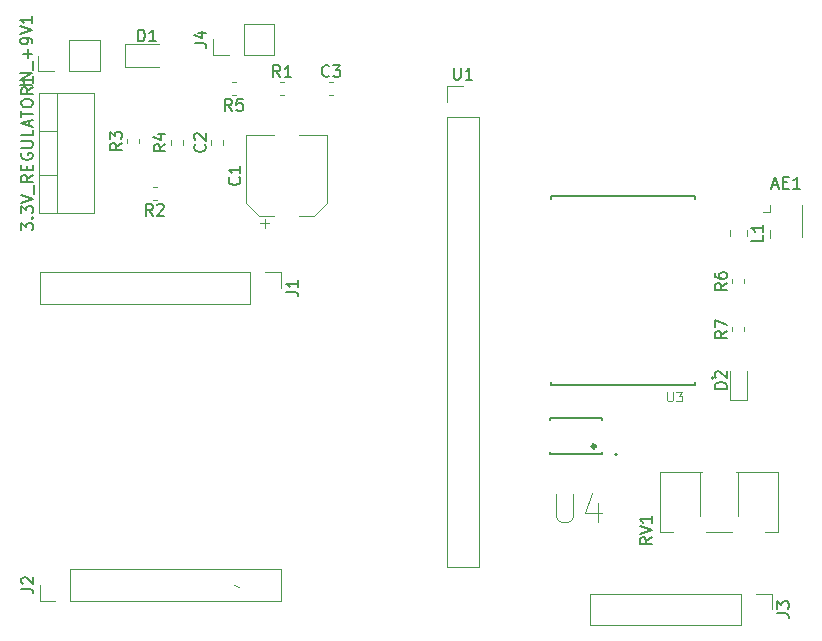
<source format=gbr>
G04 #@! TF.GenerationSoftware,KiCad,Pcbnew,(5.1.4)-1*
G04 #@! TF.CreationDate,2020-01-13T21:14:05+02:00*
G04 #@! TF.ProjectId,LORA,4c4f5241-2e6b-4696-9361-645f70636258,rev?*
G04 #@! TF.SameCoordinates,Original*
G04 #@! TF.FileFunction,Legend,Top*
G04 #@! TF.FilePolarity,Positive*
%FSLAX46Y46*%
G04 Gerber Fmt 4.6, Leading zero omitted, Abs format (unit mm)*
G04 Created by KiCad (PCBNEW (5.1.4)-1) date 2020-01-13 21:14:05*
%MOMM*%
%LPD*%
G04 APERTURE LIST*
%ADD10C,0.120000*%
%ADD11C,0.127000*%
%ADD12C,0.200000*%
%ADD13C,0.150000*%
%ADD14C,0.300000*%
%ADD15C,0.015000*%
G04 APERTURE END LIST*
D10*
X132613400Y-112572800D02*
X132207000Y-112369600D01*
D11*
X159025400Y-79452200D02*
X159025400Y-79732200D01*
X171225400Y-79452200D02*
X159025400Y-79452200D01*
X171225400Y-79732200D02*
X171225400Y-79452200D01*
X159025400Y-95452200D02*
X159025400Y-95172200D01*
X171225400Y-95452200D02*
X159025400Y-95452200D01*
X171225400Y-95172200D02*
X171225400Y-95452200D01*
D12*
X172825400Y-94852200D02*
G75*
G03X172825400Y-94852200I-100000J0D01*
G01*
D10*
X130419800Y-67522400D02*
X130419800Y-66192400D01*
X131749800Y-67522400D02*
X130419800Y-67522400D01*
X133019800Y-67522400D02*
X133019800Y-64862400D01*
X133019800Y-64862400D02*
X135619800Y-64862400D01*
X133019800Y-67522400D02*
X135619800Y-67522400D01*
X135619800Y-67522400D02*
X135619800Y-64862400D01*
X177733000Y-113122400D02*
X177733000Y-114452400D01*
X176403000Y-113122400D02*
X177733000Y-113122400D01*
X175133000Y-113122400D02*
X175133000Y-115782400D01*
X175133000Y-115782400D02*
X162373000Y-115782400D01*
X175133000Y-113122400D02*
X162373000Y-113122400D01*
X162373000Y-113122400D02*
X162373000Y-115782400D01*
X150257200Y-70145600D02*
X151587200Y-70145600D01*
X150257200Y-71475600D02*
X150257200Y-70145600D01*
X150257200Y-72745600D02*
X152917200Y-72745600D01*
X152917200Y-72745600D02*
X152917200Y-110905600D01*
X150257200Y-72745600D02*
X150257200Y-110905600D01*
X150257200Y-110905600D02*
X152917200Y-110905600D01*
D13*
X164628000Y-101321200D02*
G75*
G03X164628000Y-101321200I-75000J0D01*
G01*
D14*
X162813000Y-100641200D02*
G75*
G03X162813000Y-100641200I-150000J0D01*
G01*
D11*
X158963000Y-98271200D02*
X158963000Y-98411200D01*
X163363000Y-98271200D02*
X158963000Y-98271200D01*
X163363000Y-98411200D02*
X163363000Y-98271200D01*
X158963000Y-101271200D02*
X158963000Y-101141200D01*
X163363000Y-101271200D02*
X158963000Y-101271200D01*
X163363000Y-101141200D02*
X163363000Y-101271200D01*
D10*
X174689200Y-102852200D02*
X174884200Y-102852200D01*
X171644200Y-102852200D02*
X171839200Y-102852200D01*
X172190200Y-107893200D02*
X174339200Y-107893200D01*
X174884200Y-106535200D02*
X174884200Y-102852200D01*
X171644200Y-106535200D02*
X171644200Y-102852200D01*
X172190200Y-107893200D02*
X174339200Y-107893200D01*
X168243200Y-107893200D02*
X169338200Y-107893200D01*
X177189200Y-107893200D02*
X178284200Y-107893200D01*
X174689200Y-102852200D02*
X178284200Y-102852200D01*
X168243200Y-102852200D02*
X171839200Y-102852200D01*
X178284200Y-107893200D02*
X178284200Y-102852200D01*
X168243200Y-107893200D02*
X168243200Y-102852200D01*
X132378267Y-69848000D02*
X132035733Y-69848000D01*
X132378267Y-70868000D02*
X132035733Y-70868000D01*
X136113733Y-70868000D02*
X136456267Y-70868000D01*
X136113733Y-69848000D02*
X136456267Y-69848000D01*
X175639400Y-96718200D02*
X175639400Y-94258200D01*
X174169400Y-96718200D02*
X175639400Y-96718200D01*
X174169400Y-94258200D02*
X174169400Y-96718200D01*
X122981000Y-68524000D02*
X125841000Y-68524000D01*
X122981000Y-66604000D02*
X122981000Y-68524000D01*
X125841000Y-66604000D02*
X122981000Y-66604000D01*
X140265333Y-70868000D02*
X140607867Y-70868000D01*
X140265333Y-69848000D02*
X140607867Y-69848000D01*
X131320000Y-75101267D02*
X131320000Y-74758733D01*
X130300000Y-75101267D02*
X130300000Y-74758733D01*
X134410750Y-81767750D02*
X135198250Y-81767750D01*
X134804500Y-82161500D02*
X134804500Y-81374000D01*
X138997563Y-81134000D02*
X140062000Y-80069563D01*
X134306437Y-81134000D02*
X133242000Y-80069563D01*
X134306437Y-81134000D02*
X135592000Y-81134000D01*
X138997563Y-81134000D02*
X137712000Y-81134000D01*
X140062000Y-80069563D02*
X140062000Y-74314000D01*
X133242000Y-80069563D02*
X133242000Y-74314000D01*
X133242000Y-74314000D02*
X135592000Y-74314000D01*
X140062000Y-74314000D02*
X137712000Y-74314000D01*
X177609400Y-80184800D02*
X177609400Y-80824800D01*
X177609400Y-82984800D02*
X177609400Y-82344800D01*
X177609400Y-80824800D02*
X176979400Y-80824800D01*
X180329400Y-80234800D02*
X180329400Y-82934800D01*
X175414400Y-90925467D02*
X175414400Y-90582933D01*
X174394400Y-90925467D02*
X174394400Y-90582933D01*
X175414400Y-86861467D02*
X175414400Y-86518933D01*
X174394400Y-86861467D02*
X174394400Y-86518933D01*
X127891000Y-75101267D02*
X127891000Y-74758733D01*
X126871000Y-75101267D02*
X126871000Y-74758733D01*
X124208000Y-74974267D02*
X124208000Y-74631733D01*
X123188000Y-74974267D02*
X123188000Y-74631733D01*
X125661267Y-78738000D02*
X125318733Y-78738000D01*
X125661267Y-79758000D02*
X125318733Y-79758000D01*
X174194400Y-82323148D02*
X174194400Y-82845652D01*
X175614400Y-82323148D02*
X175614400Y-82845652D01*
X115764000Y-113725000D02*
X115764000Y-112395000D01*
X117094000Y-113725000D02*
X115764000Y-113725000D01*
X118364000Y-113725000D02*
X118364000Y-111065000D01*
X118364000Y-111065000D02*
X136204000Y-111065000D01*
X118364000Y-113725000D02*
X136204000Y-113725000D01*
X136204000Y-113725000D02*
X136204000Y-111065000D01*
X136204000Y-85919000D02*
X136204000Y-87249000D01*
X134874000Y-85919000D02*
X136204000Y-85919000D01*
X133604000Y-85919000D02*
X133604000Y-88579000D01*
X133604000Y-88579000D02*
X115764000Y-88579000D01*
X133604000Y-85919000D02*
X115764000Y-85919000D01*
X115764000Y-85919000D02*
X115764000Y-88579000D01*
X115637000Y-68894000D02*
X115637000Y-67564000D01*
X116967000Y-68894000D02*
X115637000Y-68894000D01*
X118237000Y-68894000D02*
X118237000Y-66234000D01*
X118237000Y-66234000D02*
X120837000Y-66234000D01*
X118237000Y-68894000D02*
X120837000Y-68894000D01*
X120837000Y-68894000D02*
X120837000Y-66234000D01*
X115729000Y-73968000D02*
X117239000Y-73968000D01*
X115729000Y-77669000D02*
X117239000Y-77669000D01*
X117239000Y-80939000D02*
X117239000Y-70699000D01*
X115729000Y-70699000D02*
X120370000Y-70699000D01*
X115729000Y-80939000D02*
X120370000Y-80939000D01*
X120370000Y-80939000D02*
X120370000Y-70699000D01*
X115729000Y-80939000D02*
X115729000Y-70699000D01*
D15*
X168888246Y-96049154D02*
X168888246Y-96696773D01*
X168926341Y-96772964D01*
X168964436Y-96811059D01*
X169040627Y-96849154D01*
X169193008Y-96849154D01*
X169269198Y-96811059D01*
X169307293Y-96772964D01*
X169345389Y-96696773D01*
X169345389Y-96049154D01*
X169650150Y-96049154D02*
X170145389Y-96049154D01*
X169878722Y-96353916D01*
X169993008Y-96353916D01*
X170069198Y-96392011D01*
X170107293Y-96430107D01*
X170145389Y-96506297D01*
X170145389Y-96696773D01*
X170107293Y-96772964D01*
X170069198Y-96811059D01*
X169993008Y-96849154D01*
X169764436Y-96849154D01*
X169688246Y-96811059D01*
X169650150Y-96772964D01*
D13*
X128872180Y-66525733D02*
X129586466Y-66525733D01*
X129729323Y-66573352D01*
X129824561Y-66668590D01*
X129872180Y-66811447D01*
X129872180Y-66906685D01*
X129205514Y-65620971D02*
X129872180Y-65620971D01*
X128824561Y-65859066D02*
X129538847Y-66097161D01*
X129538847Y-65478114D01*
X178185380Y-114785733D02*
X178899666Y-114785733D01*
X179042523Y-114833352D01*
X179137761Y-114928590D01*
X179185380Y-115071447D01*
X179185380Y-115166685D01*
X178185380Y-114404780D02*
X178185380Y-113785733D01*
X178566333Y-114119066D01*
X178566333Y-113976209D01*
X178613952Y-113880971D01*
X178661571Y-113833352D01*
X178756809Y-113785733D01*
X178994904Y-113785733D01*
X179090142Y-113833352D01*
X179137761Y-113880971D01*
X179185380Y-113976209D01*
X179185380Y-114261923D01*
X179137761Y-114357161D01*
X179090142Y-114404780D01*
X150825295Y-68597980D02*
X150825295Y-69407504D01*
X150872914Y-69502742D01*
X150920533Y-69550361D01*
X151015771Y-69597980D01*
X151206247Y-69597980D01*
X151301485Y-69550361D01*
X151349104Y-69502742D01*
X151396723Y-69407504D01*
X151396723Y-68597980D01*
X152396723Y-69597980D02*
X151825295Y-69597980D01*
X152111009Y-69597980D02*
X152111009Y-68597980D01*
X152015771Y-68740838D01*
X151920533Y-68836076D01*
X151825295Y-68883695D01*
D15*
X159507004Y-104683817D02*
X159507004Y-106635694D01*
X159621820Y-106865327D01*
X159736637Y-106980143D01*
X159966269Y-107094959D01*
X160425534Y-107094959D01*
X160655167Y-106980143D01*
X160769983Y-106865327D01*
X160884799Y-106635694D01*
X160884799Y-104683817D01*
X163066309Y-105487531D02*
X163066309Y-107094959D01*
X162492227Y-104569001D02*
X161918146Y-106291245D01*
X163410758Y-106291245D01*
D13*
X167566580Y-108367438D02*
X167090390Y-108700771D01*
X167566580Y-108938866D02*
X166566580Y-108938866D01*
X166566580Y-108557914D01*
X166614200Y-108462676D01*
X166661819Y-108415057D01*
X166757057Y-108367438D01*
X166899914Y-108367438D01*
X166995152Y-108415057D01*
X167042771Y-108462676D01*
X167090390Y-108557914D01*
X167090390Y-108938866D01*
X166566580Y-108081723D02*
X167566580Y-107748390D01*
X166566580Y-107415057D01*
X167566580Y-106557914D02*
X167566580Y-107129342D01*
X167566580Y-106843628D02*
X166566580Y-106843628D01*
X166709438Y-106938866D01*
X166804676Y-107034104D01*
X166852295Y-107129342D01*
X132040333Y-72240380D02*
X131707000Y-71764190D01*
X131468904Y-72240380D02*
X131468904Y-71240380D01*
X131849857Y-71240380D01*
X131945095Y-71288000D01*
X131992714Y-71335619D01*
X132040333Y-71430857D01*
X132040333Y-71573714D01*
X131992714Y-71668952D01*
X131945095Y-71716571D01*
X131849857Y-71764190D01*
X131468904Y-71764190D01*
X132945095Y-71240380D02*
X132468904Y-71240380D01*
X132421285Y-71716571D01*
X132468904Y-71668952D01*
X132564142Y-71621333D01*
X132802238Y-71621333D01*
X132897476Y-71668952D01*
X132945095Y-71716571D01*
X132992714Y-71811809D01*
X132992714Y-72049904D01*
X132945095Y-72145142D01*
X132897476Y-72192761D01*
X132802238Y-72240380D01*
X132564142Y-72240380D01*
X132468904Y-72192761D01*
X132421285Y-72145142D01*
X136118333Y-69380380D02*
X135785000Y-68904190D01*
X135546904Y-69380380D02*
X135546904Y-68380380D01*
X135927857Y-68380380D01*
X136023095Y-68428000D01*
X136070714Y-68475619D01*
X136118333Y-68570857D01*
X136118333Y-68713714D01*
X136070714Y-68808952D01*
X136023095Y-68856571D01*
X135927857Y-68904190D01*
X135546904Y-68904190D01*
X137070714Y-69380380D02*
X136499285Y-69380380D01*
X136785000Y-69380380D02*
X136785000Y-68380380D01*
X136689761Y-68523238D01*
X136594523Y-68618476D01*
X136499285Y-68666095D01*
X173926780Y-95796295D02*
X172926780Y-95796295D01*
X172926780Y-95558200D01*
X172974400Y-95415342D01*
X173069638Y-95320104D01*
X173164876Y-95272485D01*
X173355352Y-95224866D01*
X173498209Y-95224866D01*
X173688685Y-95272485D01*
X173783923Y-95320104D01*
X173879161Y-95415342D01*
X173926780Y-95558200D01*
X173926780Y-95796295D01*
X173022019Y-94843914D02*
X172974400Y-94796295D01*
X172926780Y-94701057D01*
X172926780Y-94462961D01*
X172974400Y-94367723D01*
X173022019Y-94320104D01*
X173117257Y-94272485D01*
X173212495Y-94272485D01*
X173355352Y-94320104D01*
X173926780Y-94891533D01*
X173926780Y-94272485D01*
X124102904Y-66366380D02*
X124102904Y-65366380D01*
X124341000Y-65366380D01*
X124483857Y-65414000D01*
X124579095Y-65509238D01*
X124626714Y-65604476D01*
X124674333Y-65794952D01*
X124674333Y-65937809D01*
X124626714Y-66128285D01*
X124579095Y-66223523D01*
X124483857Y-66318761D01*
X124341000Y-66366380D01*
X124102904Y-66366380D01*
X125626714Y-66366380D02*
X125055285Y-66366380D01*
X125341000Y-66366380D02*
X125341000Y-65366380D01*
X125245761Y-65509238D01*
X125150523Y-65604476D01*
X125055285Y-65652095D01*
X140269933Y-69285142D02*
X140222314Y-69332761D01*
X140079457Y-69380380D01*
X139984219Y-69380380D01*
X139841361Y-69332761D01*
X139746123Y-69237523D01*
X139698504Y-69142285D01*
X139650885Y-68951809D01*
X139650885Y-68808952D01*
X139698504Y-68618476D01*
X139746123Y-68523238D01*
X139841361Y-68428000D01*
X139984219Y-68380380D01*
X140079457Y-68380380D01*
X140222314Y-68428000D01*
X140269933Y-68475619D01*
X140603266Y-68380380D02*
X141222314Y-68380380D01*
X140888980Y-68761333D01*
X141031838Y-68761333D01*
X141127076Y-68808952D01*
X141174695Y-68856571D01*
X141222314Y-68951809D01*
X141222314Y-69189904D01*
X141174695Y-69285142D01*
X141127076Y-69332761D01*
X141031838Y-69380380D01*
X140746123Y-69380380D01*
X140650885Y-69332761D01*
X140603266Y-69285142D01*
X129737142Y-75096666D02*
X129784761Y-75144285D01*
X129832380Y-75287142D01*
X129832380Y-75382380D01*
X129784761Y-75525238D01*
X129689523Y-75620476D01*
X129594285Y-75668095D01*
X129403809Y-75715714D01*
X129260952Y-75715714D01*
X129070476Y-75668095D01*
X128975238Y-75620476D01*
X128880000Y-75525238D01*
X128832380Y-75382380D01*
X128832380Y-75287142D01*
X128880000Y-75144285D01*
X128927619Y-75096666D01*
X128927619Y-74715714D02*
X128880000Y-74668095D01*
X128832380Y-74572857D01*
X128832380Y-74334761D01*
X128880000Y-74239523D01*
X128927619Y-74191904D01*
X129022857Y-74144285D01*
X129118095Y-74144285D01*
X129260952Y-74191904D01*
X129832380Y-74763333D01*
X129832380Y-74144285D01*
X132659142Y-77890666D02*
X132706761Y-77938285D01*
X132754380Y-78081142D01*
X132754380Y-78176380D01*
X132706761Y-78319238D01*
X132611523Y-78414476D01*
X132516285Y-78462095D01*
X132325809Y-78509714D01*
X132182952Y-78509714D01*
X131992476Y-78462095D01*
X131897238Y-78414476D01*
X131802000Y-78319238D01*
X131754380Y-78176380D01*
X131754380Y-78081142D01*
X131802000Y-77938285D01*
X131849619Y-77890666D01*
X132754380Y-76938285D02*
X132754380Y-77509714D01*
X132754380Y-77224000D02*
X131754380Y-77224000D01*
X131897238Y-77319238D01*
X131992476Y-77414476D01*
X132040095Y-77509714D01*
X177802733Y-78551466D02*
X178278923Y-78551466D01*
X177707495Y-78837180D02*
X178040828Y-77837180D01*
X178374161Y-78837180D01*
X178707495Y-78313371D02*
X179040828Y-78313371D01*
X179183685Y-78837180D02*
X178707495Y-78837180D01*
X178707495Y-77837180D01*
X179183685Y-77837180D01*
X180136066Y-78837180D02*
X179564638Y-78837180D01*
X179850352Y-78837180D02*
X179850352Y-77837180D01*
X179755114Y-77980038D01*
X179659876Y-78075276D01*
X179564638Y-78122895D01*
X173926780Y-90920866D02*
X173450590Y-91254200D01*
X173926780Y-91492295D02*
X172926780Y-91492295D01*
X172926780Y-91111342D01*
X172974400Y-91016104D01*
X173022019Y-90968485D01*
X173117257Y-90920866D01*
X173260114Y-90920866D01*
X173355352Y-90968485D01*
X173402971Y-91016104D01*
X173450590Y-91111342D01*
X173450590Y-91492295D01*
X172926780Y-90587533D02*
X172926780Y-89920866D01*
X173926780Y-90349438D01*
X173926780Y-86856866D02*
X173450590Y-87190200D01*
X173926780Y-87428295D02*
X172926780Y-87428295D01*
X172926780Y-87047342D01*
X172974400Y-86952104D01*
X173022019Y-86904485D01*
X173117257Y-86856866D01*
X173260114Y-86856866D01*
X173355352Y-86904485D01*
X173402971Y-86952104D01*
X173450590Y-87047342D01*
X173450590Y-87428295D01*
X172926780Y-85999723D02*
X172926780Y-86190200D01*
X172974400Y-86285438D01*
X173022019Y-86333057D01*
X173164876Y-86428295D01*
X173355352Y-86475914D01*
X173736304Y-86475914D01*
X173831542Y-86428295D01*
X173879161Y-86380676D01*
X173926780Y-86285438D01*
X173926780Y-86094961D01*
X173879161Y-85999723D01*
X173831542Y-85952104D01*
X173736304Y-85904485D01*
X173498209Y-85904485D01*
X173402971Y-85952104D01*
X173355352Y-85999723D01*
X173307733Y-86094961D01*
X173307733Y-86285438D01*
X173355352Y-86380676D01*
X173402971Y-86428295D01*
X173498209Y-86475914D01*
X126403380Y-75096666D02*
X125927190Y-75430000D01*
X126403380Y-75668095D02*
X125403380Y-75668095D01*
X125403380Y-75287142D01*
X125451000Y-75191904D01*
X125498619Y-75144285D01*
X125593857Y-75096666D01*
X125736714Y-75096666D01*
X125831952Y-75144285D01*
X125879571Y-75191904D01*
X125927190Y-75287142D01*
X125927190Y-75668095D01*
X125736714Y-74239523D02*
X126403380Y-74239523D01*
X125355761Y-74477619D02*
X126070047Y-74715714D01*
X126070047Y-74096666D01*
X122720380Y-74969666D02*
X122244190Y-75303000D01*
X122720380Y-75541095D02*
X121720380Y-75541095D01*
X121720380Y-75160142D01*
X121768000Y-75064904D01*
X121815619Y-75017285D01*
X121910857Y-74969666D01*
X122053714Y-74969666D01*
X122148952Y-75017285D01*
X122196571Y-75064904D01*
X122244190Y-75160142D01*
X122244190Y-75541095D01*
X121720380Y-74636333D02*
X121720380Y-74017285D01*
X122101333Y-74350619D01*
X122101333Y-74207761D01*
X122148952Y-74112523D01*
X122196571Y-74064904D01*
X122291809Y-74017285D01*
X122529904Y-74017285D01*
X122625142Y-74064904D01*
X122672761Y-74112523D01*
X122720380Y-74207761D01*
X122720380Y-74493476D01*
X122672761Y-74588714D01*
X122625142Y-74636333D01*
X125323333Y-81130380D02*
X124990000Y-80654190D01*
X124751904Y-81130380D02*
X124751904Y-80130380D01*
X125132857Y-80130380D01*
X125228095Y-80178000D01*
X125275714Y-80225619D01*
X125323333Y-80320857D01*
X125323333Y-80463714D01*
X125275714Y-80558952D01*
X125228095Y-80606571D01*
X125132857Y-80654190D01*
X124751904Y-80654190D01*
X125704285Y-80225619D02*
X125751904Y-80178000D01*
X125847142Y-80130380D01*
X126085238Y-80130380D01*
X126180476Y-80178000D01*
X126228095Y-80225619D01*
X126275714Y-80320857D01*
X126275714Y-80416095D01*
X126228095Y-80558952D01*
X125656666Y-81130380D01*
X126275714Y-81130380D01*
X177006780Y-82751066D02*
X177006780Y-83227257D01*
X176006780Y-83227257D01*
X177006780Y-81893923D02*
X177006780Y-82465352D01*
X177006780Y-82179638D02*
X176006780Y-82179638D01*
X176149638Y-82274876D01*
X176244876Y-82370114D01*
X176292495Y-82465352D01*
X114216380Y-112728333D02*
X114930666Y-112728333D01*
X115073523Y-112775952D01*
X115168761Y-112871190D01*
X115216380Y-113014047D01*
X115216380Y-113109285D01*
X114311619Y-112299761D02*
X114264000Y-112252142D01*
X114216380Y-112156904D01*
X114216380Y-111918809D01*
X114264000Y-111823571D01*
X114311619Y-111775952D01*
X114406857Y-111728333D01*
X114502095Y-111728333D01*
X114644952Y-111775952D01*
X115216380Y-112347380D01*
X115216380Y-111728333D01*
X136656380Y-87582333D02*
X137370666Y-87582333D01*
X137513523Y-87629952D01*
X137608761Y-87725190D01*
X137656380Y-87868047D01*
X137656380Y-87963285D01*
X137656380Y-86582333D02*
X137656380Y-87153761D01*
X137656380Y-86868047D02*
X136656380Y-86868047D01*
X136799238Y-86963285D01*
X136894476Y-87058523D01*
X136942095Y-87153761D01*
X115133380Y-70087761D02*
X114133380Y-70087761D01*
X115133380Y-69611571D02*
X114133380Y-69611571D01*
X115133380Y-69040142D01*
X114133380Y-69040142D01*
X115228619Y-68802047D02*
X115228619Y-68040142D01*
X114752428Y-67802047D02*
X114752428Y-67040142D01*
X115133380Y-67421095D02*
X114371476Y-67421095D01*
X115133380Y-66516333D02*
X115133380Y-66325857D01*
X115085761Y-66230619D01*
X115038142Y-66183000D01*
X114895285Y-66087761D01*
X114704809Y-66040142D01*
X114323857Y-66040142D01*
X114228619Y-66087761D01*
X114181000Y-66135380D01*
X114133380Y-66230619D01*
X114133380Y-66421095D01*
X114181000Y-66516333D01*
X114228619Y-66563952D01*
X114323857Y-66611571D01*
X114561952Y-66611571D01*
X114657190Y-66563952D01*
X114704809Y-66516333D01*
X114752428Y-66421095D01*
X114752428Y-66230619D01*
X114704809Y-66135380D01*
X114657190Y-66087761D01*
X114561952Y-66040142D01*
X114133380Y-65754428D02*
X115133380Y-65421095D01*
X114133380Y-65087761D01*
X115133380Y-64230619D02*
X115133380Y-64802047D01*
X115133380Y-64516333D02*
X114133380Y-64516333D01*
X114276238Y-64611571D01*
X114371476Y-64706809D01*
X114419095Y-64802047D01*
X114181380Y-82366619D02*
X114181380Y-81747571D01*
X114562333Y-82080904D01*
X114562333Y-81938047D01*
X114609952Y-81842809D01*
X114657571Y-81795190D01*
X114752809Y-81747571D01*
X114990904Y-81747571D01*
X115086142Y-81795190D01*
X115133761Y-81842809D01*
X115181380Y-81938047D01*
X115181380Y-82223761D01*
X115133761Y-82319000D01*
X115086142Y-82366619D01*
X115086142Y-81319000D02*
X115133761Y-81271380D01*
X115181380Y-81319000D01*
X115133761Y-81366619D01*
X115086142Y-81319000D01*
X115181380Y-81319000D01*
X114181380Y-80938047D02*
X114181380Y-80319000D01*
X114562333Y-80652333D01*
X114562333Y-80509476D01*
X114609952Y-80414238D01*
X114657571Y-80366619D01*
X114752809Y-80319000D01*
X114990904Y-80319000D01*
X115086142Y-80366619D01*
X115133761Y-80414238D01*
X115181380Y-80509476D01*
X115181380Y-80795190D01*
X115133761Y-80890428D01*
X115086142Y-80938047D01*
X114181380Y-80033285D02*
X115181380Y-79699952D01*
X114181380Y-79366619D01*
X115276619Y-79271380D02*
X115276619Y-78509476D01*
X115181380Y-77699952D02*
X114705190Y-78033285D01*
X115181380Y-78271380D02*
X114181380Y-78271380D01*
X114181380Y-77890428D01*
X114229000Y-77795190D01*
X114276619Y-77747571D01*
X114371857Y-77699952D01*
X114514714Y-77699952D01*
X114609952Y-77747571D01*
X114657571Y-77795190D01*
X114705190Y-77890428D01*
X114705190Y-78271380D01*
X114657571Y-77271380D02*
X114657571Y-76938047D01*
X115181380Y-76795190D02*
X115181380Y-77271380D01*
X114181380Y-77271380D01*
X114181380Y-76795190D01*
X114229000Y-75842809D02*
X114181380Y-75938047D01*
X114181380Y-76080904D01*
X114229000Y-76223761D01*
X114324238Y-76319000D01*
X114419476Y-76366619D01*
X114609952Y-76414238D01*
X114752809Y-76414238D01*
X114943285Y-76366619D01*
X115038523Y-76319000D01*
X115133761Y-76223761D01*
X115181380Y-76080904D01*
X115181380Y-75985666D01*
X115133761Y-75842809D01*
X115086142Y-75795190D01*
X114752809Y-75795190D01*
X114752809Y-75985666D01*
X114181380Y-75366619D02*
X114990904Y-75366619D01*
X115086142Y-75319000D01*
X115133761Y-75271380D01*
X115181380Y-75176142D01*
X115181380Y-74985666D01*
X115133761Y-74890428D01*
X115086142Y-74842809D01*
X114990904Y-74795190D01*
X114181380Y-74795190D01*
X115181380Y-73842809D02*
X115181380Y-74319000D01*
X114181380Y-74319000D01*
X114895666Y-73557095D02*
X114895666Y-73080904D01*
X115181380Y-73652333D02*
X114181380Y-73319000D01*
X115181380Y-72985666D01*
X114181380Y-72795190D02*
X114181380Y-72223761D01*
X115181380Y-72509476D02*
X114181380Y-72509476D01*
X114181380Y-71699952D02*
X114181380Y-71509476D01*
X114229000Y-71414238D01*
X114324238Y-71319000D01*
X114514714Y-71271380D01*
X114848047Y-71271380D01*
X115038523Y-71319000D01*
X115133761Y-71414238D01*
X115181380Y-71509476D01*
X115181380Y-71699952D01*
X115133761Y-71795190D01*
X115038523Y-71890428D01*
X114848047Y-71938047D01*
X114514714Y-71938047D01*
X114324238Y-71890428D01*
X114229000Y-71795190D01*
X114181380Y-71699952D01*
X115181380Y-70271380D02*
X114705190Y-70604714D01*
X115181380Y-70842809D02*
X114181380Y-70842809D01*
X114181380Y-70461857D01*
X114229000Y-70366619D01*
X114276619Y-70319000D01*
X114371857Y-70271380D01*
X114514714Y-70271380D01*
X114609952Y-70319000D01*
X114657571Y-70366619D01*
X114705190Y-70461857D01*
X114705190Y-70842809D01*
X115181380Y-69319000D02*
X115181380Y-69890428D01*
X115181380Y-69604714D02*
X114181380Y-69604714D01*
X114324238Y-69699952D01*
X114419476Y-69795190D01*
X114467095Y-69890428D01*
M02*

</source>
